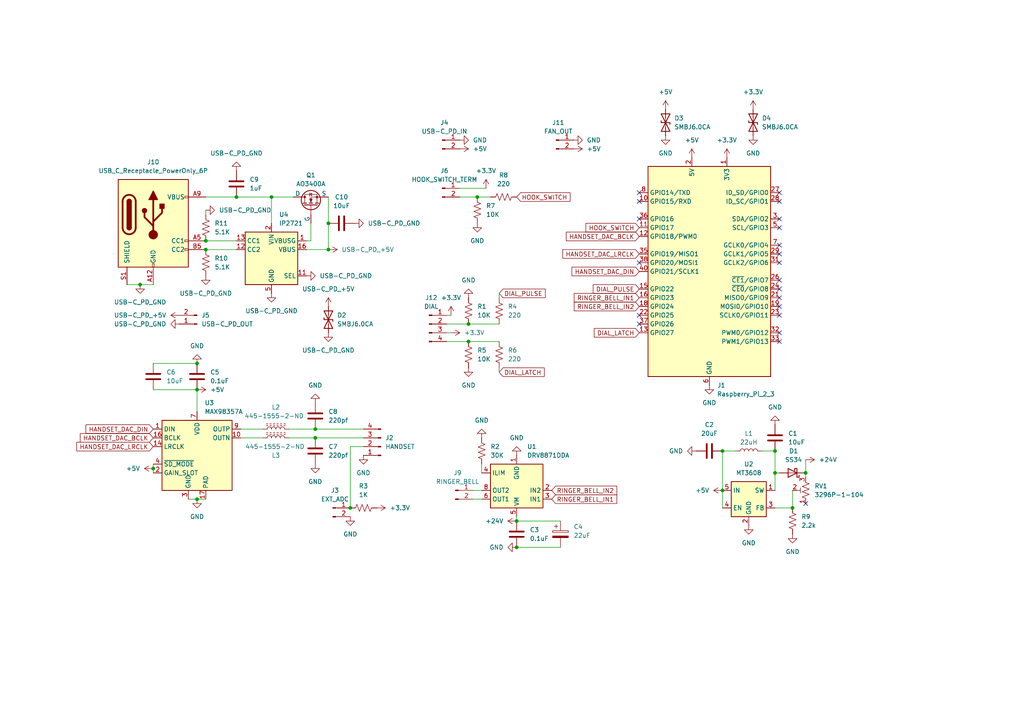
<source format=kicad_sch>
(kicad_sch (version 20231120) (generator "eeschema") (generator_version "8.0")
  (paper "A4")
  (lib_symbols
    (symbol "Audio:MAX98357A"
      (property "Reference" "U" (at -8.89 11.43 0))
      (property "Value" "MAX98357A" (at 10.16 11.43 0))
      (symbol "MAX98357A_1_1"
        (pin input line (at -12.7 7.62 0) (length 2.54) (name "DIN") (number "1"))
        (pin output line (at 12.7 5.08 180) (length 2.54) (name "OUTN") (number "10"))
        (pin passive line (at -2.54 -12.7 90) (length 2.54) hide (name "GND") (number "11"))
        (pin no_connect line (at 10.16 -5.08 180) (length 2.54) hide (name "NC") (number "12"))
        (pin no_connect line (at 10.16 -7.62 180) (length 2.54) hide (name "NC") (number "13"))
        (pin input line (at -12.7 2.54 0) (length 2.54) (name "LRCLK") (number "14"))
        (pin passive line (at -2.54 -12.7 90) (length 2.54) hide (name "GND") (number "15"))
        (pin input line (at -12.7 5.08 0) (length 2.54) (name "BCLK") (number "16"))
        (pin unspecified line (at 2.54 -12.7 90) (length 2.54) (name "PAD") (number "17"))
        (pin passive line (at -12.7 -5.08 0) (length 2.54) (name "GAIN_SLOT") (number "2"))
        (pin power_in line (at -2.54 -12.7 90) (length 2.54) (name "GND") (number "3"))
        (pin input line (at -12.7 -2.54 0) (length 2.54) (name "~{SD_MODE}") (number "4"))
        (pin no_connect line (at 10.16 2.54 180) (length 2.54) hide (name "NC") (number "5"))
        (pin no_connect line (at 10.16 0 180) (length 2.54) hide (name "NC") (number "6"))
        (pin power_in line (at 0 12.7 270) (length 2.54) (name "VDD") (number "7"))
        (pin passive line (at 0 12.7 270) (length 2.54) hide (name "VDD") (number "8"))
        (pin output line (at 12.7 7.62 180) (length 2.54) (name "OUTP") (number "9"))
      )
    )
    (symbol "Connector:Conn_01x02_Pin" (pin_names (offset 1.016) hide)
      (property "Reference" "J" (at 0 2.54 0))
      (property "Value" "Conn_01x02_Pin" (at 0 -5.08 0))
      (symbol "Conn_01x02_Pin_1_1"
        (pin passive line (at 5.08 0 180) (length 3.81) (name "Pin_1") (number "1"))
        (pin passive line (at 5.08 -2.54 180) (length 3.81) (name "Pin_2") (number "2"))
      )
    )
    (symbol "Connector:Conn_01x04_Pin" (pin_names (offset 1.016) hide)
      (property "Reference" "J" (at 0 5.08 0))
      (property "Value" "Conn_01x04_Pin" (at 0 -7.62 0))
      (symbol "Conn_01x04_Pin_1_1"
        (pin passive line (at 5.08 2.54 180) (length 3.81) (name "Pin_1") (number "1"))
        (pin passive line (at 5.08 0 180) (length 3.81) (name "Pin_2") (number "2"))
        (pin passive line (at 5.08 -2.54 180) (length 3.81) (name "Pin_3") (number "3"))
        (pin passive line (at 5.08 -5.08 180) (length 3.81) (name "Pin_4") (number "4"))
      )
    )
    (symbol "Connector:Raspberry_Pi_2_3"
      (property "Reference" "J" (at -17.78 31.75 0))
      (property "Value" "Raspberry_Pi_2_3" (at 10.16 -31.75 0))
      (symbol "Raspberry_Pi_2_3_1_1"
        (pin power_in line (at 5.08 33.02 270) (length 2.54) (name "3V3") (number "1"))
        (pin bidirectional line (at -20.32 20.32 0) (length 2.54) (name "GPIO15/RXD") (number "10"))
        (pin bidirectional line (at -20.32 12.7 0) (length 2.54) (name "GPIO17") (number "11"))
        (pin bidirectional line (at -20.32 10.16 0) (length 2.54) (name "GPIO18/PWM0") (number "12"))
        (pin bidirectional line (at -20.32 -17.78 0) (length 2.54) (name "GPIO27") (number "13"))
        (pin passive line (at 0 -33.02 90) (length 2.54) hide (name "GND") (number "14"))
        (pin bidirectional line (at -20.32 -5.08 0) (length 2.54) (name "GPIO22") (number "15"))
        (pin bidirectional line (at -20.32 -7.62 0) (length 2.54) (name "GPIO23") (number "16"))
        (pin passive line (at 5.08 33.02 270) (length 2.54) hide (name "3V3") (number "17"))
        (pin bidirectional line (at -20.32 -10.16 0) (length 2.54) (name "GPIO24") (number "18"))
        (pin bidirectional line (at 20.32 -10.16 180) (length 2.54) (name "MOSI0/GPIO10") (number "19"))
        (pin power_in line (at -5.08 33.02 270) (length 2.54) (name "5V") (number "2"))
        (pin passive line (at 0 -33.02 90) (length 2.54) hide (name "GND") (number "20"))
        (pin bidirectional line (at 20.32 -7.62 180) (length 2.54) (name "MISO0/GPIO9") (number "21"))
        (pin bidirectional line (at -20.32 -12.7 0) (length 2.54) (name "GPIO25") (number "22"))
        (pin bidirectional line (at 20.32 -12.7 180) (length 2.54) (name "SCLK0/GPIO11") (number "23"))
        (pin bidirectional line (at 20.32 -5.08 180) (length 2.54) (name "~{CE0}/GPIO8") (number "24"))
        (pin passive line (at 0 -33.02 90) (length 2.54) hide (name "GND") (number "25"))
        (pin bidirectional line (at 20.32 -2.54 180) (length 2.54) (name "~{CE1}/GPIO7") (number "26"))
        (pin bidirectional line (at 20.32 22.86 180) (length 2.54) (name "ID_SD/GPIO0") (number "27"))
        (pin bidirectional line (at 20.32 20.32 180) (length 2.54) (name "ID_SC/GPIO1") (number "28"))
        (pin bidirectional line (at 20.32 5.08 180) (length 2.54) (name "GCLK1/GPIO5") (number "29"))
        (pin bidirectional line (at 20.32 15.24 180) (length 2.54) (name "SDA/GPIO2") (number "3"))
        (pin passive line (at 0 -33.02 90) (length 2.54) hide (name "GND") (number "30"))
        (pin bidirectional line (at 20.32 2.54 180) (length 2.54) (name "GCLK2/GPIO6") (number "31"))
        (pin bidirectional line (at 20.32 -17.78 180) (length 2.54) (name "PWM0/GPIO12") (number "32"))
        (pin bidirectional line (at 20.32 -20.32 180) (length 2.54) (name "PWM1/GPIO13") (number "33"))
        (pin passive line (at 0 -33.02 90) (length 2.54) hide (name "GND") (number "34"))
        (pin bidirectional line (at -20.32 5.08 0) (length 2.54) (name "GPIO19/MISO1") (number "35"))
        (pin bidirectional line (at -20.32 15.24 0) (length 2.54) (name "GPIO16") (number "36"))
        (pin bidirectional line (at -20.32 -15.24 0) (length 2.54) (name "GPIO26") (number "37"))
        (pin bidirectional line (at -20.32 2.54 0) (length 2.54) (name "GPIO20/MOSI1") (number "38"))
        (pin passive line (at 0 -33.02 90) (length 2.54) hide (name "GND") (number "39"))
        (pin passive line (at -5.08 33.02 270) (length 2.54) hide (name "5V") (number "4"))
        (pin bidirectional line (at -20.32 0 0) (length 2.54) (name "GPIO21/SCLK1") (number "40"))
        (pin bidirectional line (at 20.32 12.7 180) (length 2.54) (name "SCL/GPIO3") (number "5"))
        (pin power_in line (at 0 -33.02 90) (length 2.54) (name "GND") (number "6"))
        (pin bidirectional line (at 20.32 7.62 180) (length 2.54) (name "GCLK0/GPIO4") (number "7"))
        (pin bidirectional line (at -20.32 22.86 0) (length 2.54) (name "GPIO14/TXD") (number "8"))
        (pin passive line (at 0 -33.02 90) (length 2.54) hide (name "GND") (number "9"))
      )
    )
    (symbol "Connector:USB_C_Receptacle_PowerOnly_6P" (pin_names (offset 1.016))
      (property "Reference" "J" (at 0 16.51 0))
      (property "Value" "USB_C_Receptacle_PowerOnly_6P" (at 0 13.97 0))
      (symbol "USB_C_Receptacle_PowerOnly_6P_1_1"
        (pin passive line (at 0 -17.78 90) (length 5.08) (name "GND") (number "A12"))
        (pin bidirectional line (at 15.24 -5.08 180) (length 5.08) (name "CC1") (number "A5"))
        (pin passive line (at 15.24 7.62 180) (length 5.08) (name "VBUS") (number "A9"))
        (pin passive line (at 0 -17.78 90) (length 5.08) hide (name "GND") (number "B12"))
        (pin bidirectional line (at 15.24 -7.62 180) (length 5.08) (name "CC2") (number "B5"))
        (pin passive line (at 15.24 7.62 180) (length 5.08) hide (name "VBUS") (number "B9"))
        (pin passive line (at -7.62 -17.78 90) (length 5.08) (name "SHIELD") (number "S1"))
      )
    )
    (symbol "Device:C" (pin_numbers hide) (pin_names (offset 0.254))
      (property "Reference" "C" (at 0.635 2.54 0))
      (property "Value" "C" (at 0.635 -2.54 0))
      (symbol "C_1_1"
        (pin passive line (at 0 3.81 270) (length 2.794) (name "~") (number "1"))
        (pin passive line (at 0 -3.81 90) (length 2.794) (name "~") (number "2"))
      )
    )
    (symbol "Device:C_Polarized" (pin_numbers hide) (pin_names (offset 0.254))
      (property "Reference" "C" (at 0.635 2.54 0))
      (property "Value" "C_Polarized" (at 0.635 -2.54 0))
      (symbol "C_Polarized_1_1"
        (pin passive line (at 0 3.81 270) (length 2.794) (name "~") (number "1"))
        (pin passive line (at 0 -3.81 90) (length 2.794) (name "~") (number "2"))
      )
    )
    (symbol "Device:D_Schottky" (pin_numbers hide) (pin_names (offset 1.016) hide)
      (property "Reference" "D" (at 0 2.54 0))
      (property "Value" "D_Schottky" (at 0 -2.54 0))
      (symbol "D_Schottky_1_1"
        (pin passive line (at -3.81 0 0) (length 2.54) (name "K") (number "1"))
        (pin passive line (at 3.81 0 180) (length 2.54) (name "A") (number "2"))
      )
    )
    (symbol "Device:D_TVS" (pin_numbers hide) (pin_names (offset 1.016) hide)
      (property "Reference" "D" (at 0 2.54 0))
      (property "Value" "D_TVS" (at 0 -2.54 0))
      (symbol "D_TVS_1_1"
        (pin passive line (at -3.81 0 0) (length 2.54) (name "A1") (number "1"))
        (pin passive line (at 3.81 0 180) (length 2.54) (name "A2") (number "2"))
      )
    )
    (symbol "Device:L" (pin_numbers hide) (pin_names (offset 1.016) hide)
      (property "Reference" "L" (at -1.27 0 90))
      (property "Value" "L" (at 1.905 0 90))
      (symbol "L_1_1"
        (pin passive line (at 0 3.81 270) (length 1.27) (name "1") (number "1"))
        (pin passive line (at 0 -3.81 90) (length 1.27) (name "2") (number "2"))
      )
    )
    (symbol "Device:L_Ferrite" (pin_numbers hide) (pin_names (offset 1.016) hide)
      (property "Reference" "L" (at -1.27 0 90))
      (property "Value" "L_Ferrite" (at 2.794 0 90))
      (symbol "L_Ferrite_1_1"
        (pin passive line (at 0 3.81 270) (length 1.27) (name "1") (number "1"))
        (pin passive line (at 0 -3.81 90) (length 1.27) (name "2") (number "2"))
      )
    )
    (symbol "Device:R_Potentiometer_Trim_US" (pin_names (offset 1.016) hide)
      (property "Reference" "RV" (at -4.445 0 90))
      (property "Value" "R_Potentiometer_Trim_US" (at -2.54 0 90))
      (symbol "R_Potentiometer_Trim_US_1_1"
        (pin passive line (at 0 3.81 270) (length 1.27) (name "1") (number "1"))
        (pin passive line (at 3.81 0 180) (length 1.27) (name "2") (number "2"))
        (pin passive line (at 0 -3.81 90) (length 1.27) (name "3") (number "3"))
      )
    )
    (symbol "Device:R_US" (pin_numbers hide) (pin_names (offset 0))
      (property "Reference" "R" (at 2.54 0 90))
      (property "Value" "R_US" (at -2.54 0 90))
      (symbol "R_US_1_1"
        (pin passive line (at 0 3.81 270) (length 1.27) (name "~") (number "1"))
        (pin passive line (at 0 -3.81 90) (length 1.27) (name "~") (number "2"))
      )
    )
    (symbol "Driver_Motor:DRV8871DDA"
      (property "Reference" "U" (at -6.35 6.35 0))
      (property "Value" "DRV8871DDA" (at 8.89 6.35 0))
      (symbol "DRV8871DDA_1_1"
        (pin power_in line (at 0 -10.16 90) (length 2.54) (name "GND") (number "1"))
        (pin input line (at -10.16 0 0) (length 2.54) (name "IN2") (number "2"))
        (pin input line (at -10.16 2.54 0) (length 2.54) (name "IN1") (number "3"))
        (pin passive line (at 10.16 -5.08 180) (length 2.54) (name "ILIM") (number "4"))
        (pin power_in line (at 0 7.62 270) (length 2.54) (name "VM") (number "5"))
        (pin output line (at 10.16 2.54 180) (length 2.54) (name "OUT1") (number "6"))
        (pin passive line (at 0 -10.16 90) (length 2.54) hide (name "GND") (number "7"))
        (pin output line (at 10.16 0 180) (length 2.54) (name "OUT2") (number "8"))
        (pin passive line (at 0 -10.16 90) (length 2.54) hide (name "GND") (number "9"))
      )
    )
    (symbol "Interface_USB:IP2721"
      (property "Reference" "U" (at 5.08 -10.16 0))
      (property "Value" "IP2721" (at 7.62 -12.7 0))
      (symbol "IP2721_1_1"
        (pin output line (at 10.16 5.08 180) (length 2.54) (name "VBUSG") (number "1"))
        (pin no_connect line (at -2.54 -7.62 90) (length 2.54) hide (name "NC") (number "10"))
        (pin input line (at 10.16 -5.08 180) (length 2.54) (name "SEL") (number "11"))
        (pin bidirectional line (at -10.16 2.54 0) (length 2.54) (name "CC2") (number "12"))
        (pin bidirectional line (at -10.16 5.08 0) (length 2.54) (name "CC1") (number "13"))
        (pin no_connect line (at 2.54 -7.62 90) (length 2.54) hide (name "NC") (number "14"))
        (pin no_connect line (at 5.08 -7.62 90) (length 2.54) hide (name "NC") (number "15"))
        (pin input line (at 10.16 2.54 180) (length 2.54) (name "VBUS") (number "16"))
        (pin power_in line (at 0 10.16 270) (length 2.54) (name "VIN") (number "2"))
        (pin no_connect line (at -5.08 7.62 270) (length 2.54) hide (name "NC") (number "3"))
        (pin no_connect line (at -7.62 -2.54 0) (length 2.54) hide (name "NC") (number "4"))
        (pin power_in line (at 0 -10.16 90) (length 2.54) (name "GND") (number "5"))
        (pin no_connect line (at -2.54 7.62 270) (length 2.54) hide (name "NC") (number "6"))
        (pin no_connect line (at 2.54 7.62 270) (length 2.54) hide (name "NC") (number "7"))
        (pin no_connect line (at 5.08 7.62 270) (length 2.54) hide (name "NC") (number "8"))
        (pin no_connect line (at -5.08 -7.62 90) (length 2.54) hide (name "NC") (number "9"))
      )
    )
    (symbol "Regulator_Switching:MT3608"
      (property "Reference" "U" (at -2.54 8.89 0))
      (property "Value" "MT3608" (at -3.81 6.35 0))
      (symbol "MT3608_1_1"
        (pin passive line (at 7.62 2.54 180) (length 2.54) (name "SW") (number "1"))
        (pin power_in line (at 0 -7.62 90) (length 2.54) (name "GND") (number "2"))
        (pin input line (at 7.62 -2.54 180) (length 2.54) (name "FB") (number "3"))
        (pin input line (at -7.62 -2.54 0) (length 2.54) (name "EN") (number "4"))
        (pin power_in line (at -7.62 2.54 0) (length 2.54) (name "IN") (number "5"))
        (pin no_connect line (at 5.08 0 180) (length 2.54) hide (name "NC") (number "6"))
      )
    )
    (symbol "Simulation_SPICE:NMOS" (pin_numbers hide) (pin_names (offset 0))
      (property "Reference" "Q" (at 5.08 1.27 0))
      (property "Value" "NMOS" (at 5.08 -1.27 0))
      (symbol "NMOS_1_1"
        (pin passive line (at 2.54 5.08 270) (length 2.54) (name "D") (number "1"))
        (pin input line (at -5.08 0 0) (length 2.54) (name "G") (number "2"))
        (pin passive line (at 2.54 -5.08 90) (length 2.54) (name "S") (number "3"))
      )
    )
    (symbol "power:+24V" (power) (pin_numbers hide) (pin_names (offset 0) hide)
      (property "Value" "+24V" (at 0 3.556 0))
      (symbol "+24V_1_1"
        (pin power_in line (at 0 0 90) (length 0) (name "~") (number "1"))
      )
    )
    (symbol "power:+3.3V" (power) (pin_numbers hide) (pin_names (offset 0) hide)
      (property "Value" "+3.3V" (at 0 3.556 0))
      (symbol "+3.3V_1_1"
        (pin power_in line (at 0 0 90) (length 0) (name "~") (number "1"))
      )
    )
    (symbol "power:+5V" (power) (pin_numbers hide) (pin_names (offset 0) hide)
      (property "Value" "+5V" (at 0 3.556 0))
      (symbol "+5V_1_1"
        (pin power_in line (at 0 0 90) (length 0) (name "~") (number "1"))
      )
    )
    (symbol "power:GND" (power) (pin_numbers hide) (pin_names (offset 0) hide)
      (property "Value" "GND" (at 0 -3.81 0))
      (symbol "GND_1_1"
        (pin power_in line (at 0 0 270) (length 0) (name "~") (number "1"))
      )
    )
  )
  (junction (at 78.74 57.15))
  (junction (at 149.86 158.75))
  (junction (at 40.64 82.55))
  (junction (at 59.69 69.85))
  (junction (at 91.44 127))
  (junction (at 135.89 93.98))
  (junction (at 209.55 130.81))
  (junction (at 57.15 113.03))
  (junction (at 135.89 99.06))
  (junction (at 233.68 137.16))
  (junction (at 224.79 137.16))
  (junction (at 138.43 57.15))
  (junction (at 209.55 142.24))
  (junction (at 95.25 64.77))
  (junction (at 57.15 144.78))
  (junction (at 224.79 130.81))
  (junction (at 59.69 72.39))
  (junction (at 229.87 147.32))
  (junction (at 95.25 72.39))
  (junction (at 68.58 57.15))
  (junction (at 91.44 124.46))
  (junction (at 44.45 135.89))
  (junction (at 101.6 147.32))
  (junction (at 57.15 105.41))
  (junction (at 149.86 151.13))
  (no_connect (at 226.06 88.9))
  (no_connect (at 226.06 55.88))
  (no_connect (at 185.42 76.2))
  (no_connect (at 226.06 73.66))
  (no_connect (at 185.42 58.42))
  (no_connect (at 226.06 66.04))
  (no_connect (at 226.06 83.82))
  (no_connect (at 226.06 63.5))
  (no_connect (at 185.42 93.98))
  (no_connect (at 226.06 99.06))
  (no_connect (at 226.06 76.2))
  (no_connect (at 226.06 71.12))
  (no_connect (at 185.42 91.44))
  (no_connect (at 226.06 81.28))
  (no_connect (at 226.06 86.36))
  (no_connect (at 185.42 55.88))
  (no_connect (at 226.06 58.42))
  (no_connect (at 185.42 63.5))
  (no_connect (at 233.68 146.05))
  (no_connect (at 226.06 91.44))
  (no_connect (at 226.06 96.52))
  (wire (pts (xy 90.17 69.85) (xy 90.17 64.77)))
  (wire (pts (xy 69.85 127) (xy 76.2 127)))
  (wire (pts (xy 57.15 113.03) (xy 57.15 119.38)))
  (wire (pts (xy 59.69 60.96) (xy 59.69 62.23)))
  (wire (pts (xy 209.55 142.24) (xy 209.55 130.81)))
  (wire (pts (xy 44.45 135.89) (xy 44.45 137.16)))
  (wire (pts (xy 224.79 130.81) (xy 224.79 137.16)))
  (wire (pts (xy 233.68 133.35) (xy 233.68 137.16)))
  (wire (pts (xy 142.24 57.15) (xy 138.43 57.15)))
  (wire (pts (xy 95.25 57.15) (xy 95.25 64.77)))
  (wire (pts (xy 78.74 57.15) (xy 85.09 57.15)))
  (wire (pts (xy 78.74 57.15) (xy 78.74 64.77)))
  (wire (pts (xy 91.44 124.46) (xy 105.41 124.46)))
  (wire (pts (xy 101.6 129.54) (xy 101.6 147.32)))
  (wire (pts (xy 59.69 72.39) (xy 68.58 72.39)))
  (wire (pts (xy 224.79 142.24) (xy 224.79 137.16)))
  (wire (pts (xy 83.82 127) (xy 91.44 127)))
  (wire (pts (xy 139.7 134.62) (xy 139.7 137.16)))
  (wire (pts (xy 59.69 69.85) (xy 68.58 69.85)))
  (wire (pts (xy 68.58 57.15) (xy 78.74 57.15)))
  (wire (pts (xy 88.9 69.85) (xy 90.17 69.85)))
  (wire (pts (xy 144.78 106.68) (xy 144.78 107.95)))
  (wire (pts (xy 69.85 124.46) (xy 76.2 124.46)))
  (wire (pts (xy 135.89 99.06) (xy 129.54 99.06)))
  (wire (pts (xy 144.78 99.06) (xy 135.89 99.06)))
  (wire (pts (xy 44.45 105.41) (xy 57.15 105.41)))
  (wire (pts (xy 140.97 54.61) (xy 133.35 54.61)))
  (wire (pts (xy 226.06 137.16) (xy 224.79 137.16)))
  (wire (pts (xy 44.45 113.03) (xy 57.15 113.03)))
  (wire (pts (xy 129.54 96.52) (xy 130.81 96.52)))
  (wire (pts (xy 149.86 151.13) (xy 162.56 151.13)))
  (wire (pts (xy 101.6 129.54) (xy 105.41 129.54)))
  (wire (pts (xy 144.78 86.36) (xy 144.78 85.09)))
  (wire (pts (xy 137.16 142.24) (xy 139.7 142.24)))
  (wire (pts (xy 59.69 57.15) (xy 68.58 57.15)))
  (wire (pts (xy 44.45 134.62) (xy 44.45 135.89)))
  (wire (pts (xy 129.54 91.44) (xy 130.81 91.44)))
  (wire (pts (xy 57.15 144.78) (xy 59.69 144.78)))
  (wire (pts (xy 129.54 93.98) (xy 135.89 93.98)))
  (wire (pts (xy 135.89 93.98) (xy 144.78 93.98)))
  (wire (pts (xy 209.55 142.24) (xy 209.55 147.32)))
  (wire (pts (xy 83.82 124.46) (xy 91.44 124.46)))
  (wire (pts (xy 138.43 57.15) (xy 133.35 57.15)))
  (wire (pts (xy 40.64 82.55) (xy 44.45 82.55)))
  (wire (pts (xy 95.25 64.77) (xy 95.25 72.39)))
  (wire (pts (xy 137.16 144.78) (xy 139.7 144.78)))
  (wire (pts (xy 57.15 144.78) (xy 54.61 144.78)))
  (wire (pts (xy 36.83 82.55) (xy 40.64 82.55)))
  (wire (pts (xy 149.86 158.75) (xy 162.56 158.75)))
  (wire (pts (xy 88.9 72.39) (xy 95.25 72.39)))
  (wire (pts (xy 149.86 151.13) (xy 149.86 149.86)))
  (wire (pts (xy 224.79 130.81) (xy 220.98 130.81)))
  (wire (pts (xy 209.55 130.81) (xy 213.36 130.81)))
  (wire (pts (xy 224.79 147.32) (xy 229.87 147.32)))
  (wire (pts (xy 233.68 138.43) (xy 233.68 137.16)))
  (wire (pts (xy 229.87 142.24) (xy 229.87 147.32)))
  (wire (pts (xy 91.44 127) (xy 105.41 127)))
  (global_label "HANDSET_DAC_LRCLK" (shape input) (at 185.42 73.66 180) (property "Intersheetrefs" "${INTERSHEET_REFS}" (effects (hide yes))))
  (global_label "RINGER_BELL_IN2" (shape input) (at 160.02 142.24 0) (property "Intersheetrefs" "${INTERSHEET_REFS}" (effects (hide yes))))
  (global_label "HANDSET_DAC_LRCLK" (shape input) (at 44.45 129.54 180) (property "Intersheetrefs" "${INTERSHEET_REFS}" (effects (hide yes))))
  (global_label "DIAL_PULSE" (shape input) (at 144.78 85.09 0) (property "Intersheetrefs" "${INTERSHEET_REFS}" (effects (hide yes))))
  (global_label "RINGER_BELL_IN1" (shape input) (at 185.42 86.36 180) (property "Intersheetrefs" "${INTERSHEET_REFS}" (effects (hide yes))))
  (global_label "RINGER_BELL_IN1" (shape input) (at 160.02 144.78 0) (property "Intersheetrefs" "${INTERSHEET_REFS}" (effects (hide yes))))
  (global_label "HANDSET_DAC_BCLK" (shape input) (at 44.45 127 180) (property "Intersheetrefs" "${INTERSHEET_REFS}" (effects (hide yes))))
  (global_label "HANDSET_DAC_DIN" (shape input) (at 44.45 124.46 180) (property "Intersheetrefs" "${INTERSHEET_REFS}" (effects (hide yes))))
  (global_label "DIAL_LATCH" (shape input) (at 144.78 107.95 0) (property "Intersheetrefs" "${INTERSHEET_REFS}" (effects (hide yes))))
  (global_label "DIAL_LATCH" (shape input) (at 185.42 96.52 180) (property "Intersheetrefs" "${INTERSHEET_REFS}" (effects (hide yes))))
  (global_label "HANDSET_DAC_BCLK" (shape input) (at 185.42 68.58 180) (property "Intersheetrefs" "${INTERSHEET_REFS}" (effects (hide yes))))
  (global_label "DIAL_PULSE" (shape input) (at 185.42 83.82 180) (property "Intersheetrefs" "${INTERSHEET_REFS}" (effects (hide yes))))
  (global_label "RINGER_BELL_IN2" (shape input) (at 185.42 88.9 180) (property "Intersheetrefs" "${INTERSHEET_REFS}" (effects (hide yes))))
  (global_label "HOOK_SWITCH" (shape input) (at 149.86 57.15 0) (property "Intersheetrefs" "${INTERSHEET_REFS}" (effects (hide yes))))
  (global_label "HANDSET_DAC_DIN" (shape input) (at 185.42 78.74 180) (property "Intersheetrefs" "${INTERSHEET_REFS}" (effects (hide yes))))
  (global_label "HOOK_SWITCH" (shape input) (at 185.42 66.04 180) (property "Intersheetrefs" "${INTERSHEET_REFS}" (effects (hide yes))))
  (symbol (lib_id "Device:R_US") (at 59.69 76.2 180) (unit 1)
    (property "Reference" "R10" (at 62.23 74.9299 0) (effects (justify right)))
    (property "Value" "5.1K" (at 62.23 77.4699 0) (effects (justify right)))
    (property "Footprint" "Resistor_SMD:R_0603_1608Metric" (effects (hide yes)))
    (property "Description" "Resistor, US symbol" (effects (hide yes)))
  )
  (symbol (lib_id "power:GND") (at 201.93 130.81 270) (unit 1)
    (property "Reference" "#PWR017" (effects (hide yes)))
    (property "Value" "GND" (at 198.12 130.8101 90) (effects (justify right)))
    (property "Description" "Power symbol creates a global label with name \"GND\" , ground" (effects (hide yes)))
  )
  (symbol (lib_id "Device:R_US") (at 139.7 130.81 180) (unit 1)
    (property "Reference" "R2" (at 142.24 129.5399 0) (effects (justify right)))
    (property "Value" "30K" (at 142.24 132.0799 0) (effects (justify right)))
    (property "Footprint" "Resistor_SMD:R_0603_1608Metric" (effects (hide yes)))
    (property "Description" "Resistor, US symbol" (effects (hide yes)))
  )
  (symbol (lib_id "Device:C") (at 205.74 130.81 270) (unit 1)
    (property "Reference" "C2" (at 205.74 123.19 90))
    (property "Value" "20uF" (at 205.74 125.73 90))
    (property "Footprint" "Capacitor_SMD:C_0603_1608Metric" (effects (hide yes)))
    (property "Description" "Unpolarized capacitor" (effects (hide yes)))
  )
  (symbol (lib_id "power:+5V") (at 133.35 43.18 270) (unit 1)
    (property "Reference" "#PWR028" (effects (hide yes)))
    (property "Value" "+5V" (at 137.16 43.1799 90) (effects (justify left)))
    (property "Description" "Power symbol creates a global label with name \"+5V\"" (effects (hide yes)))
  )
  (symbol (lib_id "Device:C") (at 224.79 127 180) (unit 1)
    (property "Reference" "C1" (at 228.6 125.7299 0) (effects (justify right)))
    (property "Value" "10uF" (at 228.6 128.2699 0) (effects (justify right)))
    (property "Footprint" "Capacitor_SMD:C_0603_1608Metric" (effects (hide yes)))
    (property "Description" "Unpolarized capacitor" (effects (hide yes)))
  )
  (symbol (lib_id "power:GND") (at 149.86 132.08 180) (unit 1)
    (property "Reference" "#PWR05" (effects (hide yes)))
    (property "Value" "GND" (at 149.86 127 0))
    (property "Description" "Power symbol creates a global label with name \"GND\" , ground" (effects (hide yes)))
  )
  (symbol (lib_id "power:+24V") (at 149.86 151.13 90) (unit 1)
    (property "Reference" "#PWR04" (effects (hide yes)))
    (property "Value" "+24V" (at 146.05 151.1299 90) (effects (justify left)))
    (property "Description" "Power symbol creates a global label with name \"+24V\"" (effects (hide yes)))
  )
  (symbol (lib_id "power:+5V") (at 193.04 31.75 0) (unit 1)
    (property "Reference" "#PWR045" (effects (hide yes)))
    (property "Value" "+5V" (at 193.04 26.67 0))
    (property "Description" "Power symbol creates a global label with name \"+5V\"" (effects (hide yes)))
  )
  (symbol (lib_id "power:+5V") (at 44.45 135.89 90) (unit 1)
    (property "Reference" "#PWR023" (effects (hide yes)))
    (property "Value" "+5V" (at 40.64 135.8899 90) (effects (justify left)))
    (property "Description" "Power symbol creates a global label with name \"+5V\"" (effects (hide yes)))
  )
  (symbol (lib_id "Interface_USB:IP2721") (at 78.74 74.93 0) (unit 1)
    (property "Reference" "U4" (at 80.9341 62.23 0) (effects (justify left)))
    (property "Value" "IP2721" (at 80.9341 64.77 0) (effects (justify left)))
    (property "Footprint" "Package_SO:TSSOP-16_4.4x5mm_P0.65mm" (effects (hide yes)))
    (property "Datasheet" "https://datasheet.lcsc.com/lcsc/2006111335_INJOINIC-IP2721_C603176.pdf" (effects (hide yes)))
    (property "Description" "USB TYPEC  PD Controller Interface, TSSOP-16" (effects (hide yes)))
  )
  (symbol (lib_id "Device:R_US") (at 146.05 57.15 270) (unit 1)
    (property "Reference" "R8" (at 146.05 50.8 90))
    (property "Value" "220" (at 146.05 53.34 90))
    (property "Footprint" "Resistor_SMD:R_0603_1608Metric" (effects (hide yes)))
    (property "Description" "Resistor, US symbol" (effects (hide yes)))
  )
  (symbol (lib_id "Simulation_SPICE:NMOS") (at 90.17 59.69 90) (unit 1)
    (property "Reference" "Q1" (at 90.17 50.8 90))
    (property "Value" "AO3400A" (at 90.17 53.34 90))
    (property "Footprint" "Package_TO_SOT_SMD:SOT-23" (effects (hide yes)))
    (property "Datasheet" "https://ngspice.sourceforge.io/docs/ngspice-html-manual/manual.xhtml#cha_MOSFETs" (effects (hide yes)))
    (property "Description" "N-MOSFET transistor, drain/source/gate" (effects (hide yes)))
    (property "Sim.Device" "NMOS" (effects (hide yes)))
    (property "Sim.Type" "VDMOS" (effects (hide yes)))
    (property "Sim.Pins" "1=D 2=G 3=S" (effects (hide yes)))
  )
  (symbol (lib_id "Device:R_US") (at 135.89 90.17 0) (unit 1)
    (property "Reference" "R1" (at 138.43 88.8999 0) (effects (justify left)))
    (property "Value" "10K" (at 138.43 91.4399 0) (effects (justify left)))
    (property "Footprint" "Resistor_SMD:R_0603_1608Metric" (effects (hide yes)))
    (property "Description" "Resistor, US symbol" (effects (hide yes)))
  )
  (symbol (lib_id "Connector:Conn_01x02_Pin") (at 161.29 40.64 0) (unit 1)
    (property "Reference" "J11" (at 161.925 35.56 0))
    (property "Value" "FAN_OUT" (at 161.925 38.1 0))
    (property "Footprint" "Connector_PinHeader_2.54mm:PinHeader_1x02_P2.54mm_Vertical" (effects (hide yes)))
    (property "Description" "Generic connector, single row, 01x02, script generated" (effects (hide yes)))
  )
  (symbol (lib_id "power:GND") (at 193.04 39.37 0) (unit 1)
    (property "Reference" "#PWR046" (effects (hide yes)))
    (property "Value" "GND" (at 193.04 44.45 0))
    (property "Description" "Power symbol creates a global label with name \"GND\" , ground" (effects (hide yes)))
  )
  (symbol (lib_id "power:GND") (at 224.79 123.19 180) (unit 1)
    (property "Reference" "#PWR014" (effects (hide yes)))
    (property "Value" "GND" (at 224.79 118.11 0))
    (property "Description" "Power symbol creates a global label with name \"GND\" , ground" (effects (hide yes)))
  )
  (symbol (lib_id "power:+3.3V") (at 130.81 91.44 0) (unit 1)
    (property "Reference" "#PWR06" (effects (hide yes)))
    (property "Value" "+3.3V" (at 130.81 86.36 0))
    (property "Description" "Power symbol creates a global label with name \"+3.3V\"" (effects (hide yes)))
  )
  (symbol (lib_id "Connector:Conn_01x04_Pin") (at 110.49 129.54 180) (unit 1)
    (property "Reference" "J2" (at 111.76 126.9999 0) (effects (justify right)))
    (property "Value" "HANDSET" (at 111.76 129.5399 0) (effects (justify right)))
    (property "Footprint" "Connector_JST:JST_XH_B4B-XH-A_1x04_P2.50mm_Vertical" (effects (hide yes)))
    (property "Description" "Generic connector, single row, 01x04, script generated" (effects (hide yes)))
  )
  (symbol (lib_id "Audio:MAX98357A") (at 57.15 132.08 0) (unit 1)
    (property "Reference" "U3" (at 59.3441 116.84 0) (effects (justify left)))
    (property "Value" "MAX98357A" (at 59.3441 119.38 0) (effects (justify left)))
    (property "Footprint" "Package_DFN_QFN:TQFN-16-1EP_3x3mm_P0.5mm_EP1.23x1.23mm" (effects (hide yes)))
    (property "Datasheet" "https://www.analog.com/media/en/technical-documentation/data-sheets/MAX98357A-MAX98357B.pdf" (effects (hide yes)))
    (property "Description" "Mono DAC with amplifier, I2S, PCM, TDM, 32-bit, 96khz, 3.2W, TQFP-16" (effects (hide yes)))
  )
  (symbol (lib_id "power:GND") (at 40.64 82.55 0) (unit 1)
    (property "Reference" "#PWR032" (effects (hide yes)))
    (property "Value" "USB-C_PD_GND" (at 40.64 87.63 0))
    (property "Description" "Power symbol creates a global label with name \"GND\" , ground" (effects (hide yes)))
  )
  (symbol (lib_id "Device:D_TVS") (at 193.04 35.56 270) (unit 1)
    (property "Reference" "D3" (at 195.58 34.2899 90) (effects (justify left)))
    (property "Value" "SMBJ6.0CA" (at 195.58 36.8299 90) (effects (justify left)))
    (property "Footprint" "Diode_SMD:D_SMB" (effects (hide yes)))
    (property "Description" "Bidirectional transient-voltage-suppression diode" (effects (hide yes)))
  )
  (symbol (lib_id "power:GND") (at 68.58 49.53 180) (unit 1)
    (property "Reference" "#PWR036" (effects (hide yes)))
    (property "Value" "USB-C_PD_GND" (at 68.58 44.45 0))
    (property "Description" "Power symbol creates a global label with name \"GND\" , ground" (effects (hide yes)))
  )
  (symbol (lib_id "power:GND") (at 135.89 106.68 0) (unit 1)
    (property "Reference" "#PWR010" (effects (hide yes)))
    (property "Value" "GND" (at 135.89 111.76 0))
    (property "Description" "Power symbol creates a global label with name \"GND\" , ground" (effects (hide yes)))
  )
  (symbol (lib_id "power:+3.3V") (at 210.82 45.72 0) (unit 1)
    (property "Reference" "#PWR03" (effects (hide yes)))
    (property "Value" "+3.3V" (at 210.82 40.64 0))
    (property "Description" "Power symbol creates a global label with name \"+3.3V\"" (effects (hide yes)))
  )
  (symbol (lib_id "Device:R_US") (at 105.41 147.32 270) (unit 1)
    (property "Reference" "R3" (at 105.41 140.97 90))
    (property "Value" "1K" (at 105.41 143.51 90))
    (property "Footprint" "Resistor_SMD:R_0603_1608Metric" (effects (hide yes)))
    (property "Description" "Resistor, US symbol" (effects (hide yes)))
  )
  (symbol (lib_id "power:GND") (at 91.44 134.62 0) (unit 1)
    (property "Reference" "#PWR024" (effects (hide yes)))
    (property "Value" "GND" (at 91.44 139.7 0))
    (property "Description" "Power symbol creates a global label with name \"GND\" , ground" (effects (hide yes)))
  )
  (symbol (lib_id "power:GND") (at 57.15 144.78 0) (unit 1)
    (property "Reference" "#PWR018" (effects (hide yes)))
    (property "Value" "GND" (at 57.15 149.86 0))
    (property "Description" "Power symbol creates a global label with name \"GND\" , ground" (effects (hide yes)))
  )
  (symbol (lib_id "power:GND") (at 133.35 40.64 90) (unit 1)
    (property "Reference" "#PWR031" (effects (hide yes)))
    (property "Value" "GND" (at 137.16 40.6399 90) (effects (justify right)))
    (property "Description" "Power symbol creates a global label with name \"GND\" , ground" (effects (hide yes)))
  )
  (symbol (lib_id "Connector:Conn_01x02_Pin") (at 128.27 54.61 0) (unit 1)
    (property "Reference" "J6" (at 128.905 49.53 0))
    (property "Value" "HOOK_SWITCH_TERM" (at 128.905 52.07 0))
    (property "Footprint" "Connector_JST:JST_XH_B2B-XH-A_1x02_P2.50mm_Vertical" (effects (hide yes)))
    (property "Description" "Generic connector, single row, 01x02, script generated" (effects (hide yes)))
  )
  (symbol (lib_id "power:GND") (at 139.7 127 180) (unit 1)
    (property "Reference" "#PWR039" (effects (hide yes)))
    (property "Value" "GND" (at 139.7 121.92 0))
    (property "Description" "Power symbol creates a global label with name \"GND\" , ground" (effects (hide yes)))
  )
  (symbol (lib_id "power:+3.3V") (at 140.97 54.61 0) (unit 1)
    (property "Reference" "#PWR013" (effects (hide yes)))
    (property "Value" "+3.3V" (at 140.97 49.53 0))
    (property "Description" "Power symbol creates a global label with name \"+3.3V\"" (effects (hide yes)))
  )
  (symbol (lib_id "Device:C") (at 91.44 120.65 0) (unit 1)
    (property "Reference" "C8" (at 95.25 119.3799 0) (effects (justify left)))
    (property "Value" "220pf" (at 95.25 121.9199 0) (effects (justify left)))
    (property "Footprint" "Capacitor_SMD:C_0603_1608Metric" (effects (hide yes)))
    (property "Description" "Unpolarized capacitor" (effects (hide yes)))
  )
  (symbol (lib_id "Device:L") (at 217.17 130.81 90) (unit 1)
    (property "Reference" "L1" (at 217.17 125.73 90))
    (property "Value" "22uH" (at 217.17 128.27 90))
    (property "Footprint" "AdditionalComponents:CYL104R-22UH" (effects (hide yes)))
    (property "Description" "Inductor" (effects (hide yes)))
  )
  (symbol (lib_id "power:GND") (at 229.87 154.94 0) (unit 1)
    (property "Reference" "#PWR08" (effects (hide yes)))
    (property "Value" "GND" (at 229.87 160.02 0))
    (property "Description" "Power symbol creates a global label with name \"GND\" , ground" (effects (hide yes)))
  )
  (symbol (lib_id "Connector:Conn_01x02_Pin") (at 132.08 142.24 0) (unit 1)
    (property "Reference" "J9" (at 132.715 137.16 0))
    (property "Value" "RINGER_BELL" (at 132.715 139.7 0))
    (property "Footprint" "Connector_JST:JST_XH_B2B-XH-A_1x02_P2.50mm_Vertical" (effects (hide yes)))
    (property "Description" "Generic connector, single row, 01x02, script generated" (effects (hide yes)))
  )
  (symbol (lib_id "Connector:Conn_01x04_Pin") (at 124.46 93.98 0) (unit 1)
    (property "Reference" "J12" (at 125.095 86.36 0))
    (property "Value" "DIAL" (at 125.095 88.9 0))
    (property "Footprint" "Connector_JST:JST_XH_B4B-XH-A_1x04_P2.50mm_Vertical" (effects (hide yes)))
    (property "Description" "Generic connector, single row, 01x04, script generated" (effects (hide yes)))
  )
  (symbol (lib_id "Driver_Motor:DRV8871DDA") (at 149.86 142.24 180) (unit 1)
    (property "Reference" "U1" (at 152.8765 129.54 0) (effects (justify right)))
    (property "Value" "DRV8871DDA" (at 152.8765 132.08 0) (effects (justify right)))
    (property "Footprint" "Package_SO:Texas_HTSOP-8-1EP_3.9x4.9mm_P1.27mm_EP2.95x4.9mm_Mask2.4x3.1mm_ThermalVias" (effects (hide yes)))
    (property "Datasheet" "http://www.ti.com/lit/ds/symlink/drv8871.pdf" (effects (hide yes)))
    (property "Description" "Brushed DC Motor Driver, PWM Control, 45V, 3.6A, Current limiting, HTSOP-8" (effects (hide yes)))
  )
  (symbol (lib_id "power:+3.3V") (at 218.44 31.75 0) (unit 1)
    (property "Reference" "#PWR047" (effects (hide yes)))
    (property "Value" "+3.3V" (at 218.44 26.67 0))
    (property "Description" "Power symbol creates a global label with name \"+3.3V\"" (effects (hide yes)))
  )
  (symbol (lib_id "Device:D_Schottky") (at 229.87 137.16 180) (unit 1)
    (property "Reference" "D1" (at 230.1875 130.81 0))
    (property "Value" "SS34" (at 230.1875 133.35 0))
    (property "Footprint" "Diode_SMD:D_SMA" (effects (hide yes)))
    (property "Description" "Schottky diode" (effects (hide yes)))
  )
  (symbol (lib_id "Connector:Raspberry_Pi_2_3") (at 205.74 78.74 0) (unit 1)
    (property "Reference" "J1" (at 208.026 111.76 0) (effects (justify left)))
    (property "Value" "Raspberry_Pi_2_3" (at 207.9341 114.3 0) (effects (justify left)))
    (property "Footprint" "Connector_PinSocket_2.54mm:PinSocket_2x20_P2.54mm_Vertical" (effects (hide yes)))
    (property "Datasheet" "https://www.raspberrypi.org/documentation/hardware/raspberrypi/schematics/rpi_SCH_3bplus_1p0_reduced.pdf" (effects (hide yes)))
    (property "Description" "expansion header for Raspberry Pi 2 & 3" (effects (hide yes)))
  )
  (symbol (lib_id "Device:C") (at 44.45 109.22 0) (unit 1)
    (property "Reference" "C6" (at 48.26 107.9499 0) (effects (justify left)))
    (property "Value" "10uF" (at 48.26 110.4899 0) (effects (justify left)))
    (property "Footprint" "Capacitor_SMD:C_0603_1608Metric" (effects (hide yes)))
    (property "Description" "Unpolarized capacitor" (effects (hide yes)))
  )
  (symbol (lib_id "power:GND") (at 59.69 80.01 0) (unit 1)
    (property "Reference" "#PWR033" (effects (hide yes)))
    (property "Value" "USB-C_PD_GND" (at 59.69 85.09 0))
    (property "Description" "Power symbol creates a global label with name \"GND\" , ground" (effects (hide yes)))
  )
  (symbol (lib_id "power:GND") (at 105.41 132.08 0) (unit 1)
    (property "Reference" "#PWR025" (effects (hide yes)))
    (property "Value" "GND" (at 105.41 137.16 0))
    (property "Description" "Power symbol creates a global label with name \"GND\" , ground" (effects (hide yes)))
  )
  (symbol (lib_id "power:+5V") (at 95.25 88.9 0) (unit 1)
    (property "Reference" "#PWR044" (effects (hide yes)))
    (property "Value" "USB-C_PD_+5V" (at 95.25 83.82 0))
    (property "Description" "Power symbol creates a global label with name \"+5V\"" (effects (hide yes)))
  )
  (symbol (lib_id "power:GND") (at 91.44 116.84 180) (unit 1)
    (property "Reference" "#PWR022" (effects (hide yes)))
    (property "Value" "GND" (at 91.44 111.76 0))
    (property "Description" "Power symbol creates a global label with name \"GND\" , ground" (effects (hide yes)))
  )
  (symbol (lib_id "Device:C") (at 91.44 130.81 0) (unit 1)
    (property "Reference" "C7" (at 95.25 129.5399 0) (effects (justify left)))
    (property "Value" "220pf" (at 95.25 132.0799 0) (effects (justify left)))
    (property "Footprint" "Capacitor_SMD:C_0603_1608Metric" (effects (hide yes)))
    (property "Description" "Unpolarized capacitor" (effects (hide yes)))
  )
  (symbol (lib_id "Device:R_US") (at 229.87 151.13 180) (unit 1)
    (property "Reference" "R9" (at 232.41 149.8599 0) (effects (justify right)))
    (property "Value" "2.2k" (at 232.41 152.3999 0) (effects (justify right)))
    (property "Footprint" "Resistor_SMD:R_0603_1608Metric" (effects (hide yes)))
    (property "Description" "Resistor, US symbol" (effects (hide yes)))
  )
  (symbol (lib_id "power:GND") (at 217.17 152.4 0) (unit 1)
    (property "Reference" "#PWR07" (effects (hide yes)))
    (property "Value" "GND" (at 217.17 157.48 0))
    (property "Description" "Power symbol creates a global label with name \"GND\" , ground" (effects (hide yes)))
  )
  (symbol (lib_id "power:GND") (at 95.25 96.52 0) (unit 1)
    (property "Reference" "#PWR043" (effects (hide yes)))
    (property "Value" "USB-C_PD_GND" (at 95.25 101.6 0))
    (property "Description" "Power symbol creates a global label with name \"GND\" , ground" (effects (hide yes)))
  )
  (symbol (lib_id "power:+5V") (at 52.07 91.44 90) (unit 1)
    (property "Reference" "#PWR040" (effects (hide yes)))
    (property "Value" "USB-C_PD_+5V" (at 48.26 91.4399 90) (effects (justify left)))
    (property "Description" "Power symbol creates a global label with name \"+5V\"" (effects (hide yes)))
  )
  (symbol (lib_id "Device:C") (at 68.58 53.34 0) (unit 1)
    (property "Reference" "C9" (at 72.39 52.0699 0) (effects (justify left)))
    (property "Value" "1uF" (at 72.39 54.6099 0) (effects (justify left)))
    (property "Footprint" "Capacitor_SMD:C_0603_1608Metric" (effects (hide yes)))
    (property "Description" "Unpolarized capacitor" (effects (hide yes)))
  )
  (symbol (lib_id "power:GND") (at 135.89 86.36 180) (unit 1)
    (property "Reference" "#PWR09" (effects (hide yes)))
    (property "Value" "GND" (at 135.89 81.28 0))
    (property "Description" "Power symbol creates a global label with name \"GND\" , ground" (effects (hide yes)))
  )
  (symbol (lib_id "power:+5V") (at 200.66 45.72 0) (unit 1)
    (property "Reference" "#PWR02" (effects (hide yes)))
    (property "Value" "+5V" (at 200.66 40.64 0))
    (property "Description" "Power symbol creates a global label with name \"+5V\"" (effects (hide yes)))
  )
  (symbol (lib_id "Device:L_Ferrite") (at 80.01 127 90) (unit 1)
    (property "Reference" "L3" (at 80.01 132.08 90))
    (property "Value" "445-1555-2-ND" (at 79.756 129.54 90))
    (property "Footprint" "Capacitor_SMD:C_0805_2012Metric" (effects (hide yes)))
    (property "Description" "Inductor with ferrite core" (effects (hide yes)))
  )
  (symbol (lib_id "power:GND") (at 59.69 60.96 90) (unit 1)
    (property "Reference" "#PWR034" (effects (hide yes)))
    (property "Value" "USB-C_PD_GND" (at 63.5 60.9599 90) (effects (justify right)))
    (property "Description" "Power symbol creates a global label with name \"GND\" , ground" (effects (hide yes)))
  )
  (symbol (lib_id "power:GND") (at 52.07 93.98 270) (unit 1)
    (property "Reference" "#PWR038" (effects (hide yes)))
    (property "Value" "USB-C_PD_GND" (at 48.26 93.9799 90) (effects (justify right)))
    (property "Description" "Power symbol creates a global label with name \"GND\" , ground" (effects (hide yes)))
  )
  (symbol (lib_id "Device:D_TVS") (at 218.44 35.56 270) (unit 1)
    (property "Reference" "D4" (at 220.98 34.2899 90) (effects (justify left)))
    (property "Value" "SMBJ6.0CA" (at 220.98 36.8299 90) (effects (justify left)))
    (property "Footprint" "Diode_SMD:D_SMB" (effects (hide yes)))
    (property "Description" "Bidirectional transient-voltage-suppression diode" (effects (hide yes)))
  )
  (symbol (lib_id "power:GND") (at 138.43 64.77 0) (unit 1)
    (property "Reference" "#PWR012" (effects (hide yes)))
    (property "Value" "GND" (at 138.43 69.85 0))
    (property "Description" "Power symbol creates a global label with name \"GND\" , ground" (effects (hide yes)))
  )
  (symbol (lib_id "power:+5V") (at 95.25 72.39 270) (unit 1)
    (property "Reference" "#PWR029" (effects (hide yes)))
    (property "Value" "USB-C_PD_+5V" (at 99.06 72.3899 90) (effects (justify left)))
    (property "Description" "Power symbol creates a global label with name \"+5V\"" (effects (hide yes)))
  )
  (symbol (lib_id "power:+5V") (at 166.37 43.18 270) (unit 1)
    (property "Reference" "#PWR042" (effects (hide yes)))
    (property "Value" "+5V" (at 170.18 43.1799 90) (effects (justify left)))
    (property "Description" "Power symbol creates a global label with name \"+5V\"" (effects (hide yes)))
  )
  (symbol (lib_id "Device:R_US") (at 144.78 90.17 0) (unit 1)
    (property "Reference" "R4" (at 147.32 88.8999 0) (effects (justify left)))
    (property "Value" "220" (at 147.32 91.4399 0) (effects (justify left)))
    (property "Footprint" "Resistor_SMD:R_0603_1608Metric" (effects (hide yes)))
    (property "Description" "Resistor, US symbol" (effects (hide yes)))
  )
  (symbol (lib_id "Device:C") (at 149.86 154.94 0) (unit 1)
    (property "Reference" "C3" (at 153.67 153.6699 0) (effects (justify left)))
    (property "Value" "0.1uF" (at 153.67 156.2099 0) (effects (justify left)))
    (property "Footprint" "Capacitor_SMD:C_0603_1608Metric" (effects (hide yes)))
    (property "Description" "Unpolarized capacitor" (effects (hide yes)))
  )
  (symbol (lib_id "Device:R_US") (at 59.69 66.04 180) (unit 1)
    (property "Reference" "R11" (at 62.23 64.7699 0) (effects (justify right)))
    (property "Value" "5.1K" (at 62.23 67.3099 0) (effects (justify right)))
    (property "Footprint" "Resistor_SMD:R_0603_1608Metric" (effects (hide yes)))
    (property "Description" "Resistor, US symbol" (effects (hide yes)))
  )
  (symbol (lib_id "power:GND") (at 88.9 80.01 90) (unit 1)
    (property "Reference" "#PWR035" (effects (hide yes)))
    (property "Value" "USB-C_PD_GND" (at 92.71 80.0099 90) (effects (justify right)))
    (property "Description" "Power symbol creates a global label with name \"GND\" , ground" (effects (hide yes)))
  )
  (symbol (lib_id "power:+3.3V") (at 130.81 96.52 270) (unit 1)
    (property "Reference" "#PWR011" (effects (hide yes)))
    (property "Value" "+3.3V" (at 134.62 96.5199 90) (effects (justify left)))
    (property "Description" "Power symbol creates a global label with name \"+3.3V\"" (effects (hide yes)))
  )
  (symbol (lib_id "Connector:USB_C_Receptacle_PowerOnly_6P") (at 44.45 64.77 0) (unit 1)
    (property "Reference" "J10" (at 44.45 46.99 0))
    (property "Value" "USB_C_Receptacle_PowerOnly_6P" (at 44.45 49.53 0))
    (property "Footprint" "AdditionalComponents:YIYUAN YTC-TC6-465" (effects (hide yes)))
    (property "Datasheet" "https://www.usb.org/sites/default/files/documents/usb_type-c.zip" (effects (hide yes)))
    (property "Description" "USB Power-Only 6P Type-C Receptacle connector" (effects (hide yes)))
  )
  (symbol (lib_id "power:GND") (at 205.74 111.76 0) (unit 1)
    (property "Reference" "#PWR01" (effects (hide yes)))
    (property "Value" "GND" (at 205.74 116.84 0))
    (property "Description" "Power symbol creates a global label with name \"GND\" , ground" (effects (hide yes)))
  )
  (symbol (lib_id "power:GND") (at 101.6 149.86 0) (unit 1)
    (property "Reference" "#PWR027" (effects (hide yes)))
    (property "Value" "GND" (at 101.6 154.94 0))
    (property "Description" "Power symbol creates a global label with name \"GND\" , ground" (effects (hide yes)))
  )
  (symbol (lib_id "power:GND") (at 218.44 39.37 0) (unit 1)
    (property "Reference" "#PWR048" (effects (hide yes)))
    (property "Value" "GND" (at 218.44 44.45 0))
    (property "Description" "Power symbol creates a global label with name \"GND\" , ground" (effects (hide yes)))
  )
  (symbol (lib_id "power:+5V") (at 57.15 113.03 270) (unit 1)
    (property "Reference" "#PWR020" (effects (hide yes)))
    (property "Value" "+5V" (at 60.96 113.0299 90) (effects (justify left)))
    (property "Description" "Power symbol creates a global label with name \"+5V\"" (effects (hide yes)))
  )
  (symbol (lib_id "power:GND") (at 78.74 85.09 0) (unit 1)
    (property "Reference" "#PWR030" (effects (hide yes)))
    (property "Value" "USB-C_PD_GND" (at 78.74 90.17 0))
    (property "Description" "Power symbol creates a global label with name \"GND\" , ground" (effects (hide yes)))
  )
  (symbol (lib_id "power:+3.3V") (at 109.22 147.32 270) (unit 1)
    (property "Reference" "#PWR026" (effects (hide yes)))
    (property "Value" "+3.3V" (at 113.03 147.3199 90) (effects (justify left)))
    (property "Description" "Power symbol creates a global label with name \"+3.3V\"" (effects (hide yes)))
  )
  (symbol (lib_id "Device:R_US") (at 144.78 102.87 180) (unit 1)
    (property "Reference" "R6" (at 147.32 101.5999 0) (effects (justify right)))
    (property "Value" "220" (at 147.32 104.1399 0) (effects (justify right)))
    (property "Footprint" "Resistor_SMD:R_0603_1608Metric" (effects (hide yes)))
    (property "Description" "Resistor, US symbol" (effects (hide yes)))
  )
  (symbol (lib_id "Connector:Conn_01x02_Pin") (at 57.15 93.98 180) (unit 1)
    (property "Reference" "J5" (at 58.42 91.4399 0) (effects (justify right)))
    (property "Value" "USB-C_PD_OUT" (at 58.42 93.9799 0) (effects (justify right)))
    (property "Footprint" "Connector_JST:JST_XH_B2B-XH-A_1x02_P2.50mm_Vertical" (effects (hide yes)))
    (property "Description" "Generic connector, single row, 01x02, script generated" (effects (hide yes)))
  )
  (symbol (lib_id "Connector:Conn_01x02_Pin") (at 128.27 40.64 0) (unit 1)
    (property "Reference" "J4" (at 128.905 35.56 0))
    (property "Value" "USB-C_PD_IN" (at 128.905 38.1 0))
    (property "Footprint" "Connector_JST:JST_XH_B2B-XH-A_1x02_P2.50mm_Vertical" (effects (hide yes)))
    (property "Description" "Generic connector, single row, 01x02, script generated" (effects (hide yes)))
  )
  (symbol (lib_id "Device:C") (at 57.15 109.22 0) (unit 1)
    (property "Reference" "C5" (at 60.96 107.9499 0) (effects (justify left)))
    (property "Value" "0.1uF" (at 60.96 110.4899 0) (effects (justify left)))
    (property "Footprint" "Capacitor_SMD:C_0603_1608Metric" (effects (hide yes)))
    (property "Description" "Unpolarized capacitor" (effects (hide yes)))
  )
  (symbol (lib_id "Device:R_Potentiometer_Trim_US") (at 233.68 142.24 180) (unit 1)
    (property "Reference" "RV1" (at 236.22 140.9699 0) (effects (justify right)))
    (property "Value" "3296P-1-104" (at 236.22 143.5099 0) (effects (justify right)))
    (property "Footprint" "Potentiometer_THT:Potentiometer_Bourns_3296P_Horizontal" (effects (hide yes)))
    (property "Description" "Trim-potentiometer, US symbol" (effects (hide yes)))
  )
  (symbol (lib_id "Connector:Conn_01x02_Pin") (at 96.52 147.32 0) (unit 1)
    (property "Reference" "J3" (at 97.155 142.24 0))
    (property "Value" "EXT_ADC" (at 97.155 144.78 0))
    (property "Footprint" "Connector_JST:JST_XH_B2B-XH-A_1x02_P2.50mm_Vertical" (effects (hide yes)))
    (property "Description" "Generic connector, single row, 01x02, script generated" (effects (hide yes)))
  )
  (symbol (lib_id "Device:L_Ferrite") (at 80.01 124.46 90) (unit 1)
    (property "Reference" "L2" (at 80.01 118.11 90))
    (property "Value" "445-1555-2-ND " (at 80.01 120.65 90))
    (property "Footprint" "Capacitor_SMD:C_0805_2012Metric" (effects (hide yes)))
    (property "Description" "Inductor with ferrite core" (effects (hide yes)))
  )
  (symbol (lib_id "Device:C") (at 99.06 64.77 90) (unit 1)
    (property "Reference" "C10" (at 99.06 57.15 90))
    (property "Value" "10uF" (at 99.06 59.69 90))
    (property "Footprint" "Capacitor_SMD:C_0603_1608Metric" (effects (hide yes)))
    (property "Description" "Unpolarized capacitor" (effects (hide yes)))
  )
  (symbol (lib_id "Regulator_Switching:MT3608") (at 217.17 144.78 0) (unit 1)
    (property "Reference" "U2" (at 217.17 134.62 0))
    (property "Value" "MT3608" (at 217.17 137.16 0))
    (property "Footprint" "Package_TO_SOT_SMD:SOT-23-6" (effects (hide yes)))
    (property "Datasheet" "https://www.olimex.com/Products/Breadboarding/BB-PWR-3608/resources/MT3608.pdf" (effects (hide yes)))
    (property "Description" "High Efficiency 1.2MHz 2A Step Up Converter, 2-24V Vin, 28V Vout, 4A current limit, 1.2MHz, SOT23-6" (effects (hide yes)))
  )
  (symbol (lib_id "Device:R_US") (at 138.43 60.96 180) (unit 1)
    (property "Reference" "R7" (at 140.97 59.6899 0) (effects (justify right)))
    (property "Value" "10K" (at 140.97 62.2299 0) (effects (justify right)))
    (property "Footprint" "Resistor_SMD:R_0603_1608Metric" (effects (hide yes)))
    (property "Description" "Resistor, US symbol" (effects (hide yes)))
  )
  (symbol (lib_id "Device:R_US") (at 135.89 102.87 180) (unit 1)
    (property "Reference" "R5" (at 138.43 101.5999 0) (effects (justify right)))
    (property "Value" "10K" (at 138.43 104.1399 0) (effects (justify right)))
    (property "Footprint" "Resistor_SMD:R_0603_1608Metric" (effects (hide yes)))
    (property "Description" "Resistor, US symbol" (effects (hide yes)))
  )
  (symbol (lib_id "Device:D_TVS") (at 95.25 92.71 270) (unit 1)
    (property "Reference" "D2" (at 97.79 91.4399 90) (effects (justify left)))
    (property "Value" "SMBJ6.0CA" (at 97.79 93.9799 90) (effects (justify left)))
    (property "Footprint" "Diode_SMD:D_SMB" (effects (hide yes)))
    (property "Description" "Bidirectional transient-voltage-suppression diode" (effects (hide yes)))
  )
  (symbol (lib_id "power:GND") (at 57.15 105.41 180) (unit 1)
    (property "Reference" "#PWR021" (effects (hide yes)))
    (property "Value" "GND" (at 57.15 100.33 0))
    (property "Description" "Power symbol creates a global label with name \"GND\" , ground" (effects (hide yes)))
  )
  (symbol (lib_id "power:+24V") (at 233.68 133.35 270) (unit 1)
    (property "Reference" "#PWR019" (effects (hide yes)))
    (property "Value" "+24V" (at 237.49 133.3499 90) (effects (justify left)))
    (property "Description" "Power symbol creates a global label with name \"+24V\"" (effects (hide yes)))
  )
  (symbol (lib_id "power:GND") (at 166.37 40.64 90) (unit 1)
    (property "Reference" "#PWR041" (effects (hide yes)))
    (property "Value" "GND" (at 170.18 40.6399 90) (effects (justify right)))
    (property "Description" "Power symbol creates a global label with name \"GND\" , ground" (effects (hide yes)))
  )
  (symbol (lib_id "power:GND") (at 149.86 158.75 270) (unit 1)
    (property "Reference" "#PWR015" (effects (hide yes)))
    (property "Value" "GND" (at 146.05 158.7499 90) (effects (justify right)))
    (property "Description" "Power symbol creates a global label with name \"GND\" , ground" (effects (hide yes)))
  )
  (symbol (lib_id "power:GND") (at 102.87 64.77 90) (unit 1)
    (property "Reference" "#PWR037" (effects (hide yes)))
    (property "Value" "USB-C_PD_GND" (at 106.68 64.7699 90) (effects (justify right)))
    (property "Description" "Power symbol creates a global label with name \"GND\" , ground" (effects (hide yes)))
  )
  (symbol (lib_id "power:+5V") (at 209.55 142.24 90) (unit 1)
    (property "Reference" "#PWR016" (effects (hide yes)))
    (property "Value" "+5V" (at 205.74 142.2399 90) (effects (justify left)))
    (property "Description" "Power symbol creates a global label with name \"+5V\"" (effects (hide yes)))
  )
  (symbol (lib_id "Device:C_Polarized") (at 162.56 154.94 0) (unit 1)
    (property "Reference" "C4" (at 166.37 152.7809 0) (effects (justify left)))
    (property "Value" "22uF" (at 166.37 155.3209 0) (effects (justify left)))
    (property "Footprint" "Capacitor_SMD:C_0603_1608Metric" (effects (hide yes)))
    (property "Description" "Polarized capacitor" (effects (hide yes)))
  )
)
</source>
